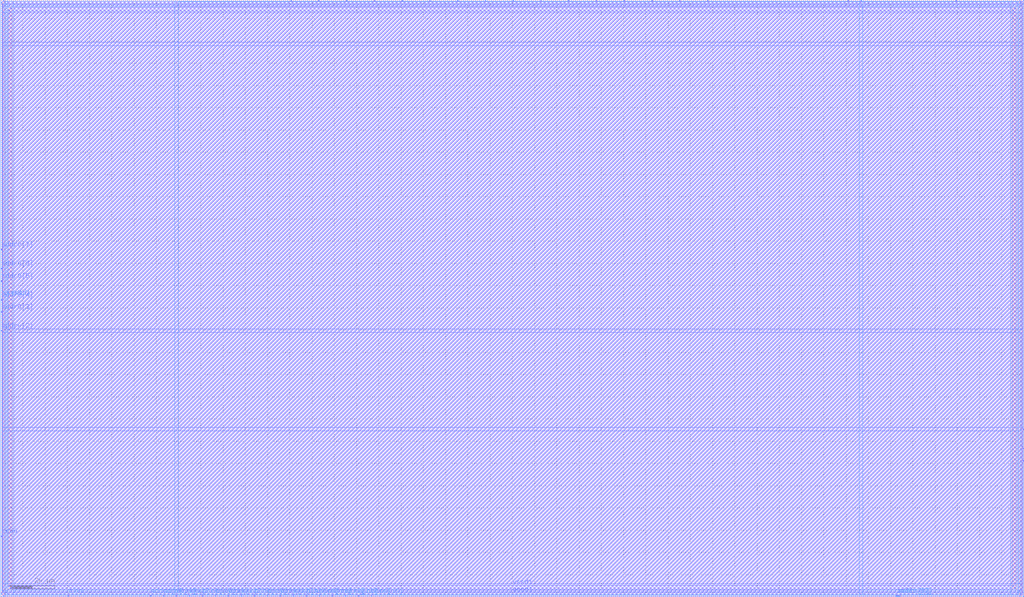
<source format=lef>
VERSION 5.4 ;
NAMESCASESENSITIVE ON ;
BUSBITCHARS "[]" ;
DIVIDERCHAR "/" ;
UNITS
  DATABASE MICRONS 1000 ;
END UNITS
MACRO ram_256x16
   CLASS BLOCK ;
   SIZE 459.9 BY 268.57 ;
   SYMMETRY X Y R90 ;
   PIN din0[0]
      DIRECTION INPUT ;
      PORT
         LAYER met4 ;
         RECT  78.84 0.0 79.22 0.38 ;
      END
   END din0[0]
   PIN din0[1]
      DIRECTION INPUT ;
      PORT
         LAYER met4 ;
         RECT  84.68 0.0 85.06 0.38 ;
      END
   END din0[1]
   PIN din0[2]
      DIRECTION INPUT ;
      PORT
         LAYER met4 ;
         RECT  90.52 0.0 90.9 0.38 ;
      END
   END din0[2]
   PIN din0[3]
      DIRECTION INPUT ;
      PORT
         LAYER met4 ;
         RECT  96.36 0.0 96.74 0.38 ;
      END
   END din0[3]
   PIN din0[4]
      DIRECTION INPUT ;
      PORT
         LAYER met4 ;
         RECT  102.2 0.0 102.58 0.38 ;
      END
   END din0[4]
   PIN din0[5]
      DIRECTION INPUT ;
      PORT
         LAYER met4 ;
         RECT  108.04 0.0 108.42 0.38 ;
      END
   END din0[5]
   PIN din0[6]
      DIRECTION INPUT ;
      PORT
         LAYER met4 ;
         RECT  113.88 0.0 114.26 0.38 ;
      END
   END din0[6]
   PIN din0[7]
      DIRECTION INPUT ;
      PORT
         LAYER met4 ;
         RECT  119.72 0.0 120.1 0.38 ;
      END
   END din0[7]
   PIN din0[8]
      DIRECTION INPUT ;
      PORT
         LAYER met4 ;
         RECT  125.56 0.0 125.94 0.38 ;
      END
   END din0[8]
   PIN din0[9]
      DIRECTION INPUT ;
      PORT
         LAYER met4 ;
         RECT  131.4 0.0 131.78 0.38 ;
      END
   END din0[9]
   PIN din0[10]
      DIRECTION INPUT ;
      PORT
         LAYER met4 ;
         RECT  137.24 0.0 137.62 0.38 ;
      END
   END din0[10]
   PIN din0[11]
      DIRECTION INPUT ;
      PORT
         LAYER met4 ;
         RECT  143.08 0.0 143.46 0.38 ;
      END
   END din0[11]
   PIN din0[12]
      DIRECTION INPUT ;
      PORT
         LAYER met4 ;
         RECT  148.92 0.0 149.3 0.38 ;
      END
   END din0[12]
   PIN din0[13]
      DIRECTION INPUT ;
      PORT
         LAYER met4 ;
         RECT  154.76 0.0 155.14 0.38 ;
      END
   END din0[13]
   PIN din0[14]
      DIRECTION INPUT ;
      PORT
         LAYER met4 ;
         RECT  160.6 0.0 160.98 0.38 ;
      END
   END din0[14]
   PIN din0[15]
      DIRECTION INPUT ;
      PORT
         LAYER met4 ;
         RECT  166.44 0.0 166.82 0.38 ;
      END
   END din0[15]
   PIN addr0[0]
      DIRECTION INPUT ;
      PORT
         LAYER met4 ;
         RECT  67.16 0.0 67.54 0.38 ;
      END
   END addr0[0]
   PIN addr0[1]
      DIRECTION INPUT ;
      PORT
         LAYER met4 ;
         RECT  73.0 0.0 73.38 0.38 ;
      END
   END addr0[1]
   PIN addr0[2]
      DIRECTION INPUT ;
      PORT
         LAYER met3 ;
         RECT  0.0 119.475 0.38 119.855 ;
      END
   END addr0[2]
   PIN addr0[3]
      DIRECTION INPUT ;
      PORT
         LAYER met3 ;
         RECT  0.0 127.875 0.38 128.255 ;
      END
   END addr0[3]
   PIN addr0[4]
      DIRECTION INPUT ;
      PORT
         LAYER met3 ;
         RECT  0.0 133.29 0.38 133.67 ;
      END
   END addr0[4]
   PIN addr0[5]
      DIRECTION INPUT ;
      PORT
         LAYER met3 ;
         RECT  0.0 141.79 0.38 142.17 ;
      END
   END addr0[5]
   PIN addr0[6]
      DIRECTION INPUT ;
      PORT
         LAYER met3 ;
         RECT  0.0 147.43 0.38 147.81 ;
      END
   END addr0[6]
   PIN addr0[7]
      DIRECTION INPUT ;
      PORT
         LAYER met3 ;
         RECT  0.0 155.93 0.38 156.31 ;
      END
   END addr0[7]
   PIN addr1[0]
      DIRECTION INPUT ;
      PORT
         LAYER met4 ;
         RECT  386.52 268.19 386.9 268.57 ;
      END
   END addr1[0]
   PIN addr1[1]
      DIRECTION INPUT ;
      PORT
         LAYER met4 ;
         RECT  380.68 268.19 381.06 268.57 ;
      END
   END addr1[1]
   PIN addr1[2]
      DIRECTION INPUT ;
      PORT
         LAYER met3 ;
         RECT  459.52 75.11 459.9 75.49 ;
      END
   END addr1[2]
   PIN addr1[3]
      DIRECTION INPUT ;
      PORT
         LAYER met3 ;
         RECT  459.52 66.61 459.9 66.99 ;
      END
   END addr1[3]
   PIN addr1[4]
      DIRECTION INPUT ;
      PORT
         LAYER met3 ;
         RECT  459.52 60.97 459.9 61.35 ;
      END
   END addr1[4]
   PIN addr1[5]
      DIRECTION INPUT ;
      PORT
         LAYER met4 ;
         RECT  402.605 0.0 402.985 0.38 ;
      END
   END addr1[5]
   PIN addr1[6]
      DIRECTION INPUT ;
      PORT
         LAYER met4 ;
         RECT  403.295 0.0 403.675 0.38 ;
      END
   END addr1[6]
   PIN addr1[7]
      DIRECTION INPUT ;
      PORT
         LAYER met4 ;
         RECT  404.04 0.0 404.42 0.38 ;
      END
   END addr1[7]
   PIN csb0
      DIRECTION INPUT ;
      PORT
         LAYER met3 ;
         RECT  0.0 27.075 0.38 27.455 ;
      END
   END csb0
   PIN csb1
      DIRECTION INPUT ;
      PORT
         LAYER met3 ;
         RECT  459.52 248.5 459.9 248.88 ;
      END
   END csb1
   PIN clk0
      DIRECTION INPUT ;
      PORT
         LAYER met4 ;
         RECT  30.26 0.0 30.64 0.38 ;
      END
   END clk0
   PIN clk1
      DIRECTION INPUT ;
      PORT
         LAYER met4 ;
         RECT  429.26 268.19 429.64 268.57 ;
      END
   END clk1
   PIN dout1[0]
      DIRECTION OUTPUT ;
      PORT
         LAYER met4 ;
         RECT  130.345 268.19 130.725 268.57 ;
      END
   END dout1[0]
   PIN dout1[1]
      DIRECTION OUTPUT ;
      PORT
         LAYER met4 ;
         RECT  142.825 268.19 143.205 268.57 ;
      END
   END dout1[1]
   PIN dout1[2]
      DIRECTION OUTPUT ;
      PORT
         LAYER met4 ;
         RECT  155.305 268.19 155.685 268.57 ;
      END
   END dout1[2]
   PIN dout1[3]
      DIRECTION OUTPUT ;
      PORT
         LAYER met4 ;
         RECT  167.785 268.19 168.165 268.57 ;
      END
   END dout1[3]
   PIN dout1[4]
      DIRECTION OUTPUT ;
      PORT
         LAYER met4 ;
         RECT  180.265 268.19 180.645 268.57 ;
      END
   END dout1[4]
   PIN dout1[5]
      DIRECTION OUTPUT ;
      PORT
         LAYER met4 ;
         RECT  192.745 268.19 193.125 268.57 ;
      END
   END dout1[5]
   PIN dout1[6]
      DIRECTION OUTPUT ;
      PORT
         LAYER met4 ;
         RECT  205.225 268.19 205.605 268.57 ;
      END
   END dout1[6]
   PIN dout1[7]
      DIRECTION OUTPUT ;
      PORT
         LAYER met4 ;
         RECT  217.705 268.19 218.085 268.57 ;
      END
   END dout1[7]
   PIN dout1[8]
      DIRECTION OUTPUT ;
      PORT
         LAYER met4 ;
         RECT  230.185 268.19 230.565 268.57 ;
      END
   END dout1[8]
   PIN dout1[9]
      DIRECTION OUTPUT ;
      PORT
         LAYER met4 ;
         RECT  242.665 268.19 243.045 268.57 ;
      END
   END dout1[9]
   PIN dout1[10]
      DIRECTION OUTPUT ;
      PORT
         LAYER met4 ;
         RECT  255.145 268.19 255.525 268.57 ;
      END
   END dout1[10]
   PIN dout1[11]
      DIRECTION OUTPUT ;
      PORT
         LAYER met4 ;
         RECT  267.625 268.19 268.005 268.57 ;
      END
   END dout1[11]
   PIN dout1[12]
      DIRECTION OUTPUT ;
      PORT
         LAYER met4 ;
         RECT  280.105 268.19 280.485 268.57 ;
      END
   END dout1[12]
   PIN dout1[13]
      DIRECTION OUTPUT ;
      PORT
         LAYER met4 ;
         RECT  292.585 268.19 292.965 268.57 ;
      END
   END dout1[13]
   PIN dout1[14]
      DIRECTION OUTPUT ;
      PORT
         LAYER met4 ;
         RECT  305.065 268.19 305.445 268.57 ;
      END
   END dout1[14]
   PIN dout1[15]
      DIRECTION OUTPUT ;
      PORT
         LAYER met4 ;
         RECT  317.545 268.19 317.925 268.57 ;
      END
   END dout1[15]
   PIN vccd1
      DIRECTION INOUT ;
      USE POWER ; 
      SHAPE ABUTMENT ; 
      PORT
         LAYER met3 ;
         RECT  0.0 266.83 459.9 268.57 ;
         LAYER met4 ;
         RECT  458.16 0.0 459.9 268.57 ;
         LAYER met4 ;
         RECT  0.0 0.0 1.74 268.57 ;
         LAYER met3 ;
         RECT  0.0 0.0 459.9 1.74 ;
      END
   END vccd1
   PIN vssd1
      DIRECTION INOUT ;
      USE GROUND ; 
      SHAPE ABUTMENT ; 
      PORT
         LAYER met3 ;
         RECT  3.48 263.35 456.42 265.09 ;
         LAYER met3 ;
         RECT  3.48 3.48 456.42 5.22 ;
         LAYER met4 ;
         RECT  454.68 3.48 456.42 265.09 ;
         LAYER met4 ;
         RECT  3.48 3.48 5.22 265.09 ;
      END
   END vssd1
   OBS
   LAYER  met1 ;
      RECT  0.62 0.62 459.28 267.95 ;
   LAYER  met2 ;
      RECT  0.62 0.62 459.28 267.95 ;
   LAYER  met3 ;
      RECT  0.98 118.875 459.28 120.455 ;
      RECT  0.62 120.455 0.98 127.275 ;
      RECT  0.62 128.855 0.98 132.69 ;
      RECT  0.62 134.27 0.98 141.19 ;
      RECT  0.62 142.77 0.98 146.83 ;
      RECT  0.62 148.41 0.98 155.33 ;
      RECT  0.98 74.51 458.92 76.09 ;
      RECT  0.98 76.09 458.92 118.875 ;
      RECT  458.92 76.09 459.28 118.875 ;
      RECT  458.92 67.59 459.28 74.51 ;
      RECT  458.92 61.95 459.28 66.01 ;
      RECT  0.62 28.055 0.98 118.875 ;
      RECT  0.98 120.455 458.92 247.9 ;
      RECT  0.98 247.9 458.92 249.48 ;
      RECT  458.92 120.455 459.28 247.9 ;
      RECT  0.62 156.91 0.98 266.23 ;
      RECT  458.92 249.48 459.28 266.23 ;
      RECT  458.92 2.34 459.28 60.37 ;
      RECT  0.62 2.34 0.98 26.475 ;
      RECT  0.98 249.48 2.88 262.75 ;
      RECT  0.98 262.75 2.88 265.69 ;
      RECT  0.98 265.69 2.88 266.23 ;
      RECT  2.88 249.48 457.02 262.75 ;
      RECT  2.88 265.69 457.02 266.23 ;
      RECT  457.02 249.48 458.92 262.75 ;
      RECT  457.02 262.75 458.92 265.69 ;
      RECT  457.02 265.69 458.92 266.23 ;
      RECT  0.98 2.34 2.88 2.88 ;
      RECT  0.98 2.88 2.88 5.82 ;
      RECT  0.98 5.82 2.88 74.51 ;
      RECT  2.88 2.34 457.02 2.88 ;
      RECT  2.88 5.82 457.02 74.51 ;
      RECT  457.02 2.34 458.92 2.88 ;
      RECT  457.02 2.88 458.92 5.82 ;
      RECT  457.02 5.82 458.92 74.51 ;
   LAYER  met4 ;
      RECT  78.24 0.98 79.82 267.95 ;
      RECT  79.82 0.62 84.08 0.98 ;
      RECT  85.66 0.62 89.92 0.98 ;
      RECT  91.5 0.62 95.76 0.98 ;
      RECT  97.34 0.62 101.6 0.98 ;
      RECT  103.18 0.62 107.44 0.98 ;
      RECT  109.02 0.62 113.28 0.98 ;
      RECT  114.86 0.62 119.12 0.98 ;
      RECT  120.7 0.62 124.96 0.98 ;
      RECT  126.54 0.62 130.8 0.98 ;
      RECT  132.38 0.62 136.64 0.98 ;
      RECT  138.22 0.62 142.48 0.98 ;
      RECT  144.06 0.62 148.32 0.98 ;
      RECT  149.9 0.62 154.16 0.98 ;
      RECT  155.74 0.62 160.0 0.98 ;
      RECT  161.58 0.62 165.84 0.98 ;
      RECT  68.14 0.62 72.4 0.98 ;
      RECT  73.98 0.62 78.24 0.98 ;
      RECT  79.82 0.98 385.92 267.59 ;
      RECT  385.92 0.98 387.5 267.59 ;
      RECT  381.66 267.59 385.92 267.95 ;
      RECT  167.42 0.62 402.005 0.98 ;
      RECT  31.24 0.62 66.56 0.98 ;
      RECT  387.5 267.59 428.66 267.95 ;
      RECT  79.82 267.59 129.745 267.95 ;
      RECT  131.325 267.59 142.225 267.95 ;
      RECT  143.805 267.59 154.705 267.95 ;
      RECT  156.285 267.59 167.185 267.95 ;
      RECT  168.765 267.59 179.665 267.95 ;
      RECT  181.245 267.59 192.145 267.95 ;
      RECT  193.725 267.59 204.625 267.95 ;
      RECT  206.205 267.59 217.105 267.95 ;
      RECT  218.685 267.59 229.585 267.95 ;
      RECT  231.165 267.59 242.065 267.95 ;
      RECT  243.645 267.59 254.545 267.95 ;
      RECT  256.125 267.59 267.025 267.95 ;
      RECT  268.605 267.59 279.505 267.95 ;
      RECT  281.085 267.59 291.985 267.95 ;
      RECT  293.565 267.59 304.465 267.95 ;
      RECT  306.045 267.59 316.945 267.95 ;
      RECT  318.525 267.59 380.08 267.95 ;
      RECT  405.02 0.62 457.56 0.98 ;
      RECT  430.24 267.59 457.56 267.95 ;
      RECT  2.34 0.62 29.66 0.98 ;
      RECT  387.5 0.98 454.08 2.88 ;
      RECT  387.5 2.88 454.08 265.69 ;
      RECT  387.5 265.69 454.08 267.59 ;
      RECT  454.08 0.98 457.02 2.88 ;
      RECT  454.08 265.69 457.02 267.59 ;
      RECT  457.02 0.98 457.56 2.88 ;
      RECT  457.02 2.88 457.56 265.69 ;
      RECT  457.02 265.69 457.56 267.59 ;
      RECT  2.34 0.98 2.88 2.88 ;
      RECT  2.34 2.88 2.88 265.69 ;
      RECT  2.34 265.69 2.88 267.95 ;
      RECT  2.88 0.98 5.82 2.88 ;
      RECT  2.88 265.69 5.82 267.95 ;
      RECT  5.82 0.98 78.24 2.88 ;
      RECT  5.82 2.88 78.24 265.69 ;
      RECT  5.82 265.69 78.24 267.95 ;
   END
END    ram_256x16
END    LIBRARY

</source>
